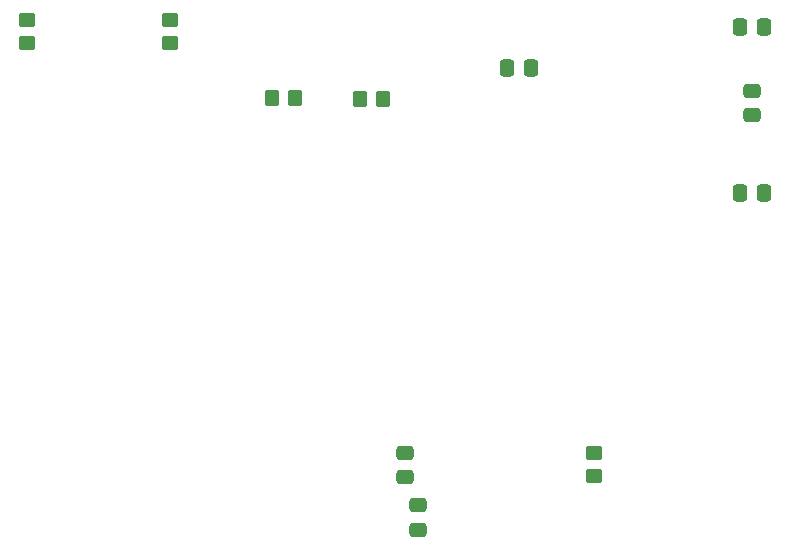
<source format=gbr>
%TF.GenerationSoftware,KiCad,Pcbnew,(6.0.11)*%
%TF.CreationDate,2024-04-30T16:24:35+07:00*%
%TF.ProjectId,Oxygen Monitoring,4f787967-656e-4204-9d6f-6e69746f7269,rev?*%
%TF.SameCoordinates,Original*%
%TF.FileFunction,Paste,Bot*%
%TF.FilePolarity,Positive*%
%FSLAX46Y46*%
G04 Gerber Fmt 4.6, Leading zero omitted, Abs format (unit mm)*
G04 Created by KiCad (PCBNEW (6.0.11)) date 2024-04-30 16:24:35*
%MOMM*%
%LPD*%
G01*
G04 APERTURE LIST*
G04 Aperture macros list*
%AMRoundRect*
0 Rectangle with rounded corners*
0 $1 Rounding radius*
0 $2 $3 $4 $5 $6 $7 $8 $9 X,Y pos of 4 corners*
0 Add a 4 corners polygon primitive as box body*
4,1,4,$2,$3,$4,$5,$6,$7,$8,$9,$2,$3,0*
0 Add four circle primitives for the rounded corners*
1,1,$1+$1,$2,$3*
1,1,$1+$1,$4,$5*
1,1,$1+$1,$6,$7*
1,1,$1+$1,$8,$9*
0 Add four rect primitives between the rounded corners*
20,1,$1+$1,$2,$3,$4,$5,0*
20,1,$1+$1,$4,$5,$6,$7,0*
20,1,$1+$1,$6,$7,$8,$9,0*
20,1,$1+$1,$8,$9,$2,$3,0*%
G04 Aperture macros list end*
%ADD10RoundRect,0.250000X0.337500X0.475000X-0.337500X0.475000X-0.337500X-0.475000X0.337500X-0.475000X0*%
%ADD11RoundRect,0.250000X0.450000X-0.350000X0.450000X0.350000X-0.450000X0.350000X-0.450000X-0.350000X0*%
%ADD12RoundRect,0.250000X0.475000X-0.337500X0.475000X0.337500X-0.475000X0.337500X-0.475000X-0.337500X0*%
%ADD13RoundRect,0.250000X-0.475000X0.337500X-0.475000X-0.337500X0.475000X-0.337500X0.475000X0.337500X0*%
%ADD14RoundRect,0.250000X0.350000X0.450000X-0.350000X0.450000X-0.350000X-0.450000X0.350000X-0.450000X0*%
%ADD15RoundRect,0.250000X-0.350000X-0.450000X0.350000X-0.450000X0.350000X0.450000X-0.350000X0.450000X0*%
G04 APERTURE END LIST*
D10*
%TO.C,C15*%
X76806000Y-140608800D03*
X74731000Y-140608800D03*
%TD*%
%TO.C,C27*%
X96497100Y-151175200D03*
X94422100Y-151175200D03*
%TD*%
D11*
%TO.C,R7*%
X34103600Y-138530400D03*
X34103600Y-136530400D03*
%TD*%
%TO.C,R8*%
X46168600Y-138530400D03*
X46168600Y-136530400D03*
%TD*%
D12*
%TO.C,C28*%
X95459600Y-144618100D03*
X95459600Y-142543100D03*
%TD*%
D13*
%TO.C,C34*%
X66122600Y-173175500D03*
X66122600Y-175250500D03*
%TD*%
D14*
%TO.C,R5*%
X64252400Y-143199600D03*
X62252400Y-143199600D03*
%TD*%
D15*
%TO.C,R6*%
X54810200Y-143174200D03*
X56810200Y-143174200D03*
%TD*%
D10*
%TO.C,C26*%
X96497100Y-137179800D03*
X94422100Y-137179800D03*
%TD*%
D13*
%TO.C,C33*%
X67214800Y-177645900D03*
X67214800Y-179720900D03*
%TD*%
D11*
%TO.C,R28*%
X82124600Y-175191500D03*
X82124600Y-173191500D03*
%TD*%
M02*

</source>
